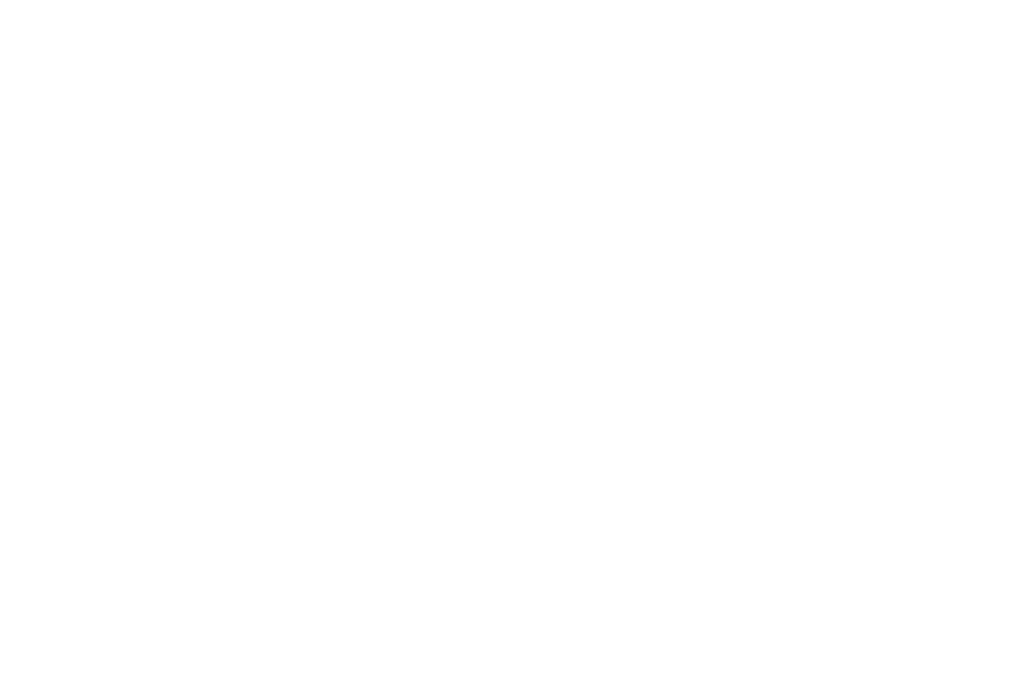
<source format=kicad_pcb>
(kicad_pcb (version 20171130) (host pcbnew "(5.0.1)-4")

  (general
    (thickness 1.6)
    (drawings 166)
    (tracks 0)
    (zones 0)
    (modules 0)
    (nets 1)
  )

  (page A4)
  (layers
    (0 F.Cu signal)
    (31 B.Cu signal)
    (32 B.Adhes user)
    (33 F.Adhes user)
    (34 B.Paste user)
    (35 F.Paste user)
    (36 B.SilkS user)
    (37 F.SilkS user)
    (38 B.Mask user)
    (39 F.Mask user)
    (40 Dwgs.User user)
    (41 Cmts.User user)
    (42 Eco1.User user)
    (43 Eco2.User user)
    (44 Edge.Cuts user)
    (45 Margin user)
    (46 B.CrtYd user)
    (47 F.CrtYd user)
    (48 B.Fab user)
    (49 F.Fab user)
  )

  (setup
    (last_trace_width 0.25)
    (trace_clearance 0.2)
    (zone_clearance 0.508)
    (zone_45_only no)
    (trace_min 0.2)
    (segment_width 0.3)
    (edge_width 0.2)
    (via_size 0.8)
    (via_drill 0.4)
    (via_min_size 0.4)
    (via_min_drill 0.3)
    (uvia_size 0.3)
    (uvia_drill 0.1)
    (uvias_allowed no)
    (uvia_min_size 0.2)
    (uvia_min_drill 0.1)
    (pcb_text_width 0.3)
    (pcb_text_size 1.5 1.5)
    (mod_edge_width 0.15)
    (mod_text_size 1 1)
    (mod_text_width 0.15)
    (pad_size 1.524 1.524)
    (pad_drill 0.762)
    (pad_to_mask_clearance 0.051)
    (solder_mask_min_width 0.25)
    (aux_axis_origin 0 0)
    (visible_elements 7FFFFFFF)
    (pcbplotparams
      (layerselection 0x010f0_ffffffff)
      (usegerberextensions false)
      (usegerberattributes false)
      (usegerberadvancedattributes false)
      (creategerberjobfile false)
      (excludeedgelayer true)
      (linewidth 0.100000)
      (plotframeref false)
      (viasonmask false)
      (mode 1)
      (useauxorigin false)
      (hpglpennumber 1)
      (hpglpenspeed 20)
      (hpglpendiameter 15.000000)
      (psnegative false)
      (psa4output false)
      (plotreference true)
      (plotvalue true)
      (plotinvisibletext false)
      (padsonsilk false)
      (subtractmaskfromsilk false)
      (outputformat 1)
      (mirror false)
      (drillshape 0)
      (scaleselection 1)
      (outputdirectory ""))
  )

  (net 0 "")

  (net_class Default "This is the default net class."
    (clearance 0.2)
    (trace_width 0.25)
    (via_dia 0.8)
    (via_drill 0.4)
    (uvia_dia 0.3)
    (uvia_drill 0.1)
  )

  (gr_circle (center 27.2 112.9) (end 29.75 112.9) (layer Eco2.User) (width 0.2) (tstamp 5D9BB937))
  (gr_circle (center 39.15 105.45) (end 42.7 105.45) (layer Eco2.User) (width 0.2))
  (gr_circle (center 15.05 105.45) (end 19.5 105.45) (layer Eco2.User) (width 0.2) (tstamp 5D9BB8B7))
  (gr_circle (center 63.05 105.45) (end 67.5 105.45) (layer Eco2.User) (width 0.2))
  (gr_circle (center 66.6 83.25) (end 69.15 83.25) (layer Eco2.User) (width 0.2) (tstamp 5D9BB533))
  (gr_circle (center 55.6 83.25) (end 58.15 83.25) (layer Eco2.User) (width 0.2) (tstamp 5D9BB532))
  (gr_circle (center 44.6 83.25) (end 47.15 83.25) (layer Eco2.User) (width 0.2) (tstamp 5D9BB531))
  (gr_circle (center 33.65 83.25) (end 36.2 83.25) (layer Eco2.User) (width 0.2) (tstamp 5D9BB530))
  (gr_circle (center 22.65 83.25) (end 25.2 83.25) (layer Eco2.User) (width 0.2) (tstamp 5D9BB52F))
  (gr_circle (center 11.7 83.25) (end 14.25 83.25) (layer Eco2.User) (width 0.2) (tstamp 5D9BB52E))
  (gr_circle (center 66.6 72.4) (end 69.15 72.4) (layer Eco2.User) (width 0.2) (tstamp 5D9BB515))
  (gr_circle (center 55.6 72.4) (end 58.15 72.4) (layer Eco2.User) (width 0.2) (tstamp 5D9BB514))
  (gr_circle (center 44.6 72.4) (end 47.15 72.4) (layer Eco2.User) (width 0.2) (tstamp 5D9BB513))
  (gr_circle (center 33.65 72.4) (end 36.2 72.4) (layer Eco2.User) (width 0.2) (tstamp 5D9BB512))
  (gr_circle (center 22.65 72.4) (end 25.2 72.4) (layer Eco2.User) (width 0.2) (tstamp 5D9BB511))
  (gr_circle (center 11.7 72.4) (end 14.25 72.4) (layer Eco2.User) (width 0.2) (tstamp 5D9BB510))
  (gr_circle (center 66.6 61.5) (end 69.15 61.5) (layer Eco2.User) (width 0.2) (tstamp 5D9BB4D4))
  (gr_circle (center 55.6 61.5) (end 58.15 61.5) (layer Eco2.User) (width 0.2) (tstamp 5D9BB4BB))
  (gr_circle (center 44.6 61.5) (end 47.15 61.5) (layer Eco2.User) (width 0.2) (tstamp 5D9BB4A9))
  (gr_circle (center 33.65 61.5) (end 36.2 61.5) (layer Eco2.User) (width 0.2) (tstamp 5D9BB48C))
  (gr_circle (center 22.65 61.5) (end 25.2 61.5) (layer Eco2.User) (width 0.2) (tstamp 5D9BB47A))
  (gr_circle (center 11.7 61.5) (end 14.25 61.5) (layer Eco2.User) (width 0.2) (tstamp 5D9BB430))
  (gr_text Countersink (at 182.9 113.75) (layer Eco2.User) (tstamp 5D9BB3A1)
    (effects (font (size 1.5 1.5) (thickness 0.3)))
  )
  (gr_circle (center 166.95 116.45) (end 169.7 116.5) (layer Eco2.User) (width 0.2) (tstamp 5D9BB3A0))
  (gr_line (start 166.95 113.7) (end 176.05 113.7) (layer Eco2.User) (width 0.2) (tstamp 5D9BB39F))
  (gr_circle (center 166.95 116.45) (end 168.55 116.45) (layer Eco2.User) (width 0.2) (tstamp 5D9BB38D))
  (gr_circle (center 166.8 12.55) (end 169.55 12.6) (layer Eco2.User) (width 0.2) (tstamp 5D9BB31E))
  (gr_circle (center 166.8 12.55) (end 168.4 12.55) (layer Eco2.User) (width 0.2) (tstamp 5D9BB31D))
  (gr_line (start 166.85 9.8) (end 176.05 9.8) (layer Eco2.User) (width 0.2))
  (gr_text Countersink (at 182.9 9.85) (layer Eco2.User)
    (effects (font (size 1.5 1.5) (thickness 0.3)))
  )
  (gr_circle (center 159.1 109.35) (end 160.7 109.35) (layer Eco2.User) (width 0.2) (tstamp 5D9BB249))
  (gr_circle (center 148.1 109.35) (end 149.7 109.35) (layer Eco2.User) (width 0.2) (tstamp 5D9BB243))
  (gr_circle (center 137.1 109.35) (end 138.7 109.35) (layer Eco2.User) (width 0.2) (tstamp 5D9BB239))
  (gr_circle (center 126.1 109.35) (end 127.7 109.35) (layer Eco2.User) (width 0.2) (tstamp 5D9BB230))
  (gr_circle (center 115.1 109.35) (end 116.7 109.35) (layer Eco2.User) (width 0.2) (tstamp 5D9BB229))
  (gr_circle (center 104.1 109.35) (end 105.7 109.35) (layer Eco2.User) (width 0.2) (tstamp 5D9BB224))
  (gr_circle (center 93.15 109.35) (end 94.75 109.35) (layer Eco2.User) (width 0.2) (tstamp 5D9BB21F))
  (gr_circle (center 159.1 115.4) (end 161.65 115.4) (layer Eco2.User) (width 0.2) (tstamp 5D9BB204))
  (gr_circle (center 148.1 115.4) (end 150.65 115.4) (layer Eco2.User) (width 0.2) (tstamp 5D9BB1F1))
  (gr_circle (center 137.1 115.4) (end 139.65 115.4) (layer Eco2.User) (width 0.2) (tstamp 5D9BB168))
  (gr_circle (center 126.1 115.4) (end 128.65 115.4) (layer Eco2.User) (width 0.2) (tstamp 5D9BB151))
  (gr_circle (center 115.1 115.4) (end 117.65 115.4) (layer Eco2.User) (width 0.2) (tstamp 5D9BB13C))
  (gr_circle (center 104.1 115.4) (end 106.65 115.4) (layer Eco2.User) (width 0.2) (tstamp 5D9BB11C))
  (gr_circle (center 93.15 115.4) (end 95.7 115.4) (layer Eco2.User) (width 0.2) (tstamp 5D9BB02D))
  (gr_circle (center 82.15 109.35) (end 83.75 109.35) (layer Eco2.User) (width 0.2))
  (gr_circle (center 82.15 115.4) (end 84.7 115.4) (layer Eco2.User) (width 0.2))
  (gr_line (start 161.15 101.65) (end 161.15 88.95) (layer Eco2.User) (width 0.2) (tstamp 5D9BAF32))
  (gr_line (start 156.95 101.65) (end 161.15 101.65) (layer Eco2.User) (width 0.2) (tstamp 5D9BAF31))
  (gr_line (start 161.15 88.95) (end 156.95 88.95) (layer Eco2.User) (width 0.2) (tstamp 5D9BAF30))
  (gr_line (start 150.15 101.65) (end 150.15 88.95) (layer Eco2.User) (width 0.2) (tstamp 5D9BAF2C))
  (gr_line (start 145.95 101.65) (end 150.15 101.65) (layer Eco2.User) (width 0.2) (tstamp 5D9BAF2B))
  (gr_line (start 150.15 88.95) (end 145.95 88.95) (layer Eco2.User) (width 0.2) (tstamp 5D9BAF2A))
  (gr_line (start 139.15 101.65) (end 139.15 88.95) (layer Eco2.User) (width 0.2) (tstamp 5D9BAF26))
  (gr_line (start 134.95 101.65) (end 139.15 101.65) (layer Eco2.User) (width 0.2) (tstamp 5D9BAF25))
  (gr_line (start 139.15 88.95) (end 134.95 88.95) (layer Eco2.User) (width 0.2) (tstamp 5D9BAF24))
  (gr_line (start 128.15 101.65) (end 128.15 88.95) (layer Eco2.User) (width 0.2) (tstamp 5D9BAF20))
  (gr_line (start 123.95 101.65) (end 128.15 101.65) (layer Eco2.User) (width 0.2) (tstamp 5D9BAF1F))
  (gr_line (start 128.15 88.95) (end 123.95 88.95) (layer Eco2.User) (width 0.2) (tstamp 5D9BAF1E))
  (gr_line (start 117.15 101.65) (end 117.15 88.95) (layer Eco2.User) (width 0.2) (tstamp 5D9BAF1A))
  (gr_line (start 112.95 101.65) (end 117.15 101.65) (layer Eco2.User) (width 0.2) (tstamp 5D9BAF19))
  (gr_line (start 117.15 88.95) (end 112.95 88.95) (layer Eco2.User) (width 0.2) (tstamp 5D9BAF18))
  (gr_line (start 106.15 101.65) (end 106.15 88.95) (layer Eco2.User) (width 0.2) (tstamp 5D9BAF14))
  (gr_line (start 101.95 101.65) (end 106.15 101.65) (layer Eco2.User) (width 0.2) (tstamp 5D9BAF13))
  (gr_line (start 106.15 88.95) (end 101.95 88.95) (layer Eco2.User) (width 0.2) (tstamp 5D9BAF12))
  (gr_line (start 95.1 101.65) (end 95.1 88.95) (layer Eco2.User) (width 0.2) (tstamp 5D9BAF0E))
  (gr_line (start 90.9 101.65) (end 95.1 101.65) (layer Eco2.User) (width 0.2) (tstamp 5D9BAF0D))
  (gr_line (start 95.1 88.95) (end 90.9 88.95) (layer Eco2.User) (width 0.2) (tstamp 5D9BAF0C))
  (gr_line (start 156.95 88.95) (end 156.95 101.65) (layer Eco2.User) (width 0.2) (tstamp 5D9BAEF2))
  (gr_line (start 145.95 88.95) (end 145.95 101.65) (layer Eco2.User) (width 0.2) (tstamp 5D9BAED7))
  (gr_line (start 134.95 88.95) (end 134.95 101.65) (layer Eco2.User) (width 0.2) (tstamp 5D9BAEBF))
  (gr_line (start 123.95 88.95) (end 123.95 101.65) (layer Eco2.User) (width 0.2) (tstamp 5D9BAEAE))
  (gr_line (start 112.95 88.95) (end 112.95 101.65) (layer Eco2.User) (width 0.2) (tstamp 5D9BAE96))
  (gr_line (start 101.95 88.95) (end 101.95 101.65) (layer Eco2.User) (width 0.2) (tstamp 5D9BAE84))
  (gr_line (start 90.9 88.95) (end 90.9 101.65) (layer Eco2.User) (width 0.2) (tstamp 5D9BAE53))
  (gr_line (start 84.15 101.65) (end 84.15 88.95) (layer Eco2.User) (width 0.2))
  (gr_line (start 79.95 101.65) (end 84.15 101.65) (layer Eco2.User) (width 0.2))
  (gr_line (start 79.95 88.95) (end 79.95 101.65) (layer Eco2.User) (width 0.2))
  (gr_line (start 84.15 88.95) (end 79.95 88.95) (layer Eco2.User) (width 0.2))
  (gr_line (start 161.2 78.65) (end 161.2 52.15) (layer Eco2.User) (width 0.2) (tstamp 5D9BADC7))
  (gr_line (start 156.7 78.65) (end 161.2 78.65) (layer Eco2.User) (width 0.2) (tstamp 5D9BADC6))
  (gr_line (start 161.2 52.15) (end 156.7 52.15) (layer Eco2.User) (width 0.2) (tstamp 5D9BADC5))
  (gr_line (start 150.2 78.65) (end 150.2 52.15) (layer Eco2.User) (width 0.2) (tstamp 5D9BADC1))
  (gr_line (start 145.7 78.65) (end 150.2 78.65) (layer Eco2.User) (width 0.2) (tstamp 5D9BADC0))
  (gr_line (start 150.2 52.15) (end 145.7 52.15) (layer Eco2.User) (width 0.2) (tstamp 5D9BADBF))
  (gr_line (start 139.2 78.65) (end 139.2 52.15) (layer Eco2.User) (width 0.2) (tstamp 5D9BADBB))
  (gr_line (start 134.7 78.65) (end 139.2 78.65) (layer Eco2.User) (width 0.2) (tstamp 5D9BADBA))
  (gr_line (start 139.2 52.15) (end 134.7 52.15) (layer Eco2.User) (width 0.2) (tstamp 5D9BADB9))
  (gr_line (start 128.2 78.65) (end 128.2 52.15) (layer Eco2.User) (width 0.2) (tstamp 5D9BADB5))
  (gr_line (start 123.7 78.65) (end 128.2 78.65) (layer Eco2.User) (width 0.2) (tstamp 5D9BADB4))
  (gr_line (start 128.2 52.15) (end 123.7 52.15) (layer Eco2.User) (width 0.2) (tstamp 5D9BADB3))
  (gr_line (start 117.2 78.65) (end 117.2 52.15) (layer Eco2.User) (width 0.2) (tstamp 5D9BADAF))
  (gr_line (start 112.7 78.65) (end 117.2 78.65) (layer Eco2.User) (width 0.2) (tstamp 5D9BADAE))
  (gr_line (start 117.2 52.15) (end 112.7 52.15) (layer Eco2.User) (width 0.2) (tstamp 5D9BADAD))
  (gr_line (start 106.2 78.65) (end 106.2 52.15) (layer Eco2.User) (width 0.2) (tstamp 5D9BADA9))
  (gr_line (start 101.7 78.65) (end 106.2 78.65) (layer Eco2.User) (width 0.2) (tstamp 5D9BADA8))
  (gr_line (start 106.2 52.15) (end 101.7 52.15) (layer Eco2.User) (width 0.2) (tstamp 5D9BADA7))
  (gr_line (start 95.25 78.65) (end 95.25 52.15) (layer Eco2.User) (width 0.2) (tstamp 5D9BADA3))
  (gr_line (start 90.75 78.65) (end 95.25 78.65) (layer Eco2.User) (width 0.2) (tstamp 5D9BADA2))
  (gr_line (start 95.25 52.15) (end 90.75 52.15) (layer Eco2.User) (width 0.2) (tstamp 5D9BADA1))
  (gr_line (start 156.7 52.15) (end 156.7 78.65) (layer Eco2.User) (width 0.2) (tstamp 5D9BAD7A))
  (gr_line (start 145.7 52.15) (end 145.7 78.65) (layer Eco2.User) (width 0.2) (tstamp 5D9BAD68))
  (gr_line (start 134.7 52.15) (end 134.7 78.65) (layer Eco2.User) (width 0.2) (tstamp 5D9BAD44))
  (gr_line (start 123.7 52.15) (end 123.7 78.65) (layer Eco2.User) (width 0.2) (tstamp 5D9BAD31))
  (gr_line (start 112.7 52.15) (end 112.7 78.65) (layer Eco2.User) (width 0.2) (tstamp 5D9BACE6))
  (gr_line (start 101.7 52.15) (end 101.7 78.65) (layer Eco2.User) (width 0.2) (tstamp 5D9BACD7))
  (gr_line (start 90.75 52.15) (end 90.75 78.65) (layer Eco2.User) (width 0.2) (tstamp 5D9BACC3))
  (gr_line (start 84.3 78.65) (end 84.3 52.15) (layer Eco2.User) (width 0.2))
  (gr_line (start 79.8 78.65) (end 84.3 78.65) (layer Eco2.User) (width 0.2))
  (gr_line (start 79.8 52.15) (end 79.8 78.65) (layer Eco2.User) (width 0.2))
  (gr_line (start 84.3 52.15) (end 79.8 52.15) (layer Eco2.User) (width 0.2))
  (gr_line (start 160.4 14) (end 157.4 14) (layer Eco2.User) (width 0.2) (tstamp 5D96B011))
  (gr_line (start 160.4 41) (end 160.4 14) (layer Eco2.User) (width 0.2) (tstamp 5D96B010))
  (gr_line (start 157.4 41) (end 160.4 41) (layer Eco2.User) (width 0.2) (tstamp 5D96B00F))
  (gr_line (start 149.55 14) (end 146.55 14) (layer Eco2.User) (width 0.2) (tstamp 5D96B00B))
  (gr_line (start 149.55 41) (end 149.55 14) (layer Eco2.User) (width 0.2) (tstamp 5D96B00A))
  (gr_line (start 146.55 41) (end 149.55 41) (layer Eco2.User) (width 0.2) (tstamp 5D96B009))
  (gr_line (start 138.5 14) (end 135.5 14) (layer Eco2.User) (width 0.2) (tstamp 5D96B005))
  (gr_line (start 138.5 41) (end 138.5 14) (layer Eco2.User) (width 0.2) (tstamp 5D96B004))
  (gr_line (start 135.5 41) (end 138.5 41) (layer Eco2.User) (width 0.2) (tstamp 5D96B003))
  (gr_line (start 127.5 14) (end 124.5 14) (layer Eco2.User) (width 0.2) (tstamp 5D96AFFF))
  (gr_line (start 127.5 41) (end 127.5 14) (layer Eco2.User) (width 0.2) (tstamp 5D96AFFE))
  (gr_line (start 124.5 41) (end 127.5 41) (layer Eco2.User) (width 0.2) (tstamp 5D96AFFD))
  (gr_line (start 116.45 14) (end 113.45 14) (layer Eco2.User) (width 0.2) (tstamp 5D96AFF9))
  (gr_line (start 116.45 41) (end 116.45 14) (layer Eco2.User) (width 0.2) (tstamp 5D96AFF8))
  (gr_line (start 113.45 41) (end 116.45 41) (layer Eco2.User) (width 0.2) (tstamp 5D96AFF7))
  (gr_line (start 105.4 14) (end 102.4 14) (layer Eco2.User) (width 0.2) (tstamp 5D96AFF3))
  (gr_line (start 105.4 41) (end 105.4 14) (layer Eco2.User) (width 0.2) (tstamp 5D96AFF2))
  (gr_line (start 102.4 41) (end 105.4 41) (layer Eco2.User) (width 0.2) (tstamp 5D96AFF1))
  (gr_line (start 94.4 14) (end 91.4 14) (layer Eco2.User) (width 0.2) (tstamp 5D96AFED))
  (gr_line (start 94.4 41) (end 94.4 14) (layer Eco2.User) (width 0.2) (tstamp 5D96AFEC))
  (gr_line (start 91.4 41) (end 94.4 41) (layer Eco2.User) (width 0.2) (tstamp 5D96AFEB))
  (gr_line (start 80.45 41) (end 80.45 14) (layer Eco2.User) (width 0.2) (tstamp 5D96AF8F))
  (gr_line (start 157.4 14) (end 157.4 41) (layer Eco2.User) (width 0.2) (tstamp 5D96AD78))
  (gr_line (start 146.55 14) (end 146.55 41) (layer Eco2.User) (width 0.2) (tstamp 5D96AD59))
  (gr_line (start 135.5 14) (end 135.5 41) (layer Eco2.User) (width 0.2) (tstamp 5D96AD40))
  (gr_line (start 124.5 14) (end 124.5 41) (layer Eco2.User) (width 0.2) (tstamp 5D96AB3B))
  (gr_line (start 113.45 14) (end 113.45 41) (layer Eco2.User) (width 0.2) (tstamp 5D96AB18))
  (gr_line (start 102.4 14) (end 102.4 41) (layer Eco2.User) (width 0.2) (tstamp 5D96AAE4))
  (gr_line (start 83.45 14) (end 80.45 14) (layer Eco2.User) (width 0.2))
  (gr_line (start 83.45 41) (end 83.45 14) (layer Eco2.User) (width 0.2))
  (gr_line (start 80.45 41) (end 83.45 41) (layer Eco2.User) (width 0.2))
  (gr_line (start 91.4 14) (end 91.4 41) (layer Eco2.User) (width 0.2))
  (gr_line (start 57.75 50.95) (end 57.75 40.95) (layer Eco2.User) (width 0.2))
  (gr_line (start 20.25 50.95) (end 57.75 50.95) (layer Eco2.User) (width 0.2))
  (gr_line (start 20.25 40.95) (end 20.25 50.95) (layer Eco2.User) (width 0.2))
  (gr_line (start 57.75 40.95) (end 20.25 40.95) (layer Eco2.User) (width 0.2))
  (gr_circle (center 70.05 45.85) (end 73.2 45.85) (layer Eco2.User) (width 0.2) (tstamp 5D96A7B1))
  (gr_circle (center 8.05 45.85) (end 11.2 45.85) (layer Eco2.User) (width 0.2) (tstamp 5D96A79F))
  (gr_circle (center 62.55 28.55) (end 64.15 28.55) (layer Eco2.User) (width 0.2) (tstamp 5D96A75E))
  (gr_circle (center 62.55 15.45) (end 64.15 15.45) (layer Eco2.User) (width 0.2) (tstamp 5D96A6B6))
  (gr_circle (center 54.5 28.45) (end 57.65 28.45) (layer Eco2.User) (width 0.2) (tstamp 5D96A674))
  (gr_circle (center 39.05 28.45) (end 42.2 28.45) (layer Eco2.User) (width 0.2) (tstamp 5D96A66C))
  (gr_circle (center 23.55 28.45) (end 26.7 28.45) (layer Eco2.User) (width 0.2) (tstamp 5D96A651))
  (gr_circle (center 70.05 15.45) (end 73.2 15.45) (layer Eco2.User) (width 0.2) (tstamp 5D96A632))
  (gr_circle (center 54.5 15.45) (end 57.65 15.45) (layer Eco2.User) (width 0.2) (tstamp 5D96A5F4))
  (gr_circle (center 39.05 15.45) (end 42.2 15.45) (layer Eco2.User) (width 0.2) (tstamp 5D96A5D6))
  (gr_circle (center 23.55 15.45) (end 26.7 15.45) (layer Eco2.User) (width 0.2) (tstamp 5D96A5B8))
  (gr_circle (center 8.05 15.45) (end 11.2 15.45) (layer Eco2.User) (width 0.2))
  (gr_circle (center 165 3) (end 166.6 3.1) (layer Eco2.User) (width 0.2) (tstamp 5D96A00B))
  (gr_circle (center 7.5 3) (end 9.1 3.1) (layer Eco2.User) (width 0.2) (tstamp 5D96A005))
  (gr_circle (center 7.5 125.5) (end 9.1 125.6) (layer Eco2.User) (width 0.2) (tstamp 5D969FFF))
  (gr_circle (center 164.996879 125.5) (end 166.596879 125.6) (layer Eco2.User) (width 0.2))
  (gr_line (start 0 128.5) (end 172.5 128.5) (layer Eco2.User) (width 0.2) (tstamp 5D9692CE))
  (gr_line (start 172.5 0) (end 172.5 128.5) (layer Eco2.User) (width 0.2) (tstamp 5D9692C1))
  (gr_line (start 0 0) (end 0 128.5) (layer Eco2.User) (width 0.2))
  (gr_line (start 0 0) (end 172.5 0) (layer Eco2.User) (width 0.2))

)

</source>
